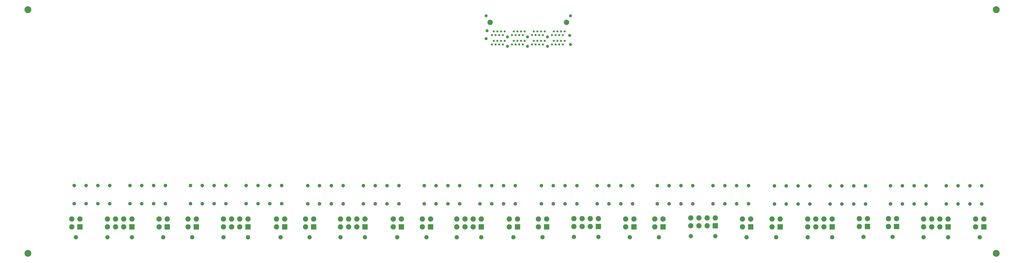
<source format=gbr>
G04 #@! TF.GenerationSoftware,KiCad,Pcbnew,(5.99.0-9973-gfb99c55869)*
G04 #@! TF.CreationDate,2021-09-10T21:28:05-07:00*
G04 #@! TF.ProjectId,2E1,3245312e-6b69-4636-9164-5f7063625858,rev?*
G04 #@! TF.SameCoordinates,Original*
G04 #@! TF.FileFunction,Soldermask,Bot*
G04 #@! TF.FilePolarity,Negative*
%FSLAX46Y46*%
G04 Gerber Fmt 4.6, Leading zero omitted, Abs format (unit mm)*
G04 Created by KiCad (PCBNEW (5.99.0-9973-gfb99c55869)) date 2021-09-10 21:28:05*
%MOMM*%
%LPD*%
G01*
G04 APERTURE LIST*
G04 Aperture macros list*
%AMRoundRect*
0 Rectangle with rounded corners*
0 $1 Rounding radius*
0 $2 $3 $4 $5 $6 $7 $8 $9 X,Y pos of 4 corners*
0 Add a 4 corners polygon primitive as box body*
4,1,4,$2,$3,$4,$5,$6,$7,$8,$9,$2,$3,0*
0 Add four circle primitives for the rounded corners*
1,1,$1+$1,$2,$3*
1,1,$1+$1,$4,$5*
1,1,$1+$1,$6,$7*
1,1,$1+$1,$8,$9*
0 Add four rect primitives between the rounded corners*
20,1,$1+$1,$2,$3,$4,$5,0*
20,1,$1+$1,$4,$5,$6,$7,0*
20,1,$1+$1,$6,$7,$8,$9,0*
20,1,$1+$1,$8,$9,$2,$3,0*%
G04 Aperture macros list end*
%ADD10C,3.000000*%
%ADD11RoundRect,0.250002X1.599998X1.599998X-1.599998X1.599998X-1.599998X-1.599998X1.599998X-1.599998X0*%
%ADD12C,3.700000*%
%ADD13C,2.489200*%
%ADD14C,1.473200*%
%ADD15C,3.759200*%
%ADD16C,2.082800*%
%ADD17C,4.826000*%
G04 APERTURE END LIST*
D10*
G04 #@! TO.C,J5_1*
X359664000Y-314429000D03*
D11*
X362514000Y-307129000D03*
D12*
X356814000Y-307129000D03*
X362514000Y-301629000D03*
X356814000Y-301629000D03*
G04 #@! TD*
D10*
G04 #@! TO.C,J2_3*
X175824000Y-314429000D03*
D11*
X178674000Y-307129000D03*
D12*
X172974000Y-307129000D03*
X178674000Y-301629000D03*
X172974000Y-301629000D03*
G04 #@! TD*
D10*
G04 #@! TO.C,J9_1*
X685094000Y-314175000D03*
D11*
X687944000Y-306875000D03*
D12*
X682244000Y-306875000D03*
X687944000Y-301375000D03*
X682244000Y-301375000D03*
G04 #@! TD*
D13*
G04 #@! TO.C,J6_0_1*
X464700874Y-290949888D03*
X464700874Y-278249888D03*
X456445874Y-290949888D03*
X456445874Y-278249888D03*
X448190874Y-290949888D03*
X448190874Y-278249888D03*
X439935874Y-290949888D03*
X439935874Y-278249888D03*
G04 #@! TD*
G04 #@! TO.C,J8_0_1*
X627370856Y-291089842D03*
X627370856Y-278389842D03*
X619115856Y-291089842D03*
X619115856Y-278389842D03*
X610860856Y-291089842D03*
X610860856Y-278389842D03*
X602605856Y-291089842D03*
X602605856Y-278389842D03*
G04 #@! TD*
D10*
G04 #@! TO.C,J3_3*
X257810000Y-314386000D03*
D11*
X260660000Y-307086000D03*
D12*
X254960000Y-307086000D03*
X260660000Y-301586000D03*
X254960000Y-301586000D03*
G04 #@! TD*
D13*
G04 #@! TO.C,J7_0_2*
X584499974Y-290910010D03*
X584499974Y-278210010D03*
X576244974Y-290910010D03*
X576244974Y-278210010D03*
X567989974Y-290910010D03*
X567989974Y-278210010D03*
X559734974Y-290910010D03*
X559734974Y-278210010D03*
G04 #@! TD*
D10*
G04 #@! TO.C,J3_1*
X196088000Y-314386000D03*
D11*
X198938000Y-307086000D03*
D12*
X193238000Y-307086000D03*
X198938000Y-301586000D03*
X193238000Y-301586000D03*
G04 #@! TD*
D10*
G04 #@! TO.C,J4_3*
X339288000Y-314386000D03*
D11*
X342138000Y-307086000D03*
D12*
X336438000Y-307086000D03*
X342138000Y-301586000D03*
X336438000Y-301586000D03*
G04 #@! TD*
D10*
G04 #@! TO.C,J9_3*
X745998000Y-314386000D03*
D11*
X748848000Y-307086000D03*
D12*
X743148000Y-307086000D03*
X748848000Y-301586000D03*
X743148000Y-301586000D03*
G04 #@! TD*
D13*
G04 #@! TO.C,J8_0_2*
X666260796Y-291089842D03*
X666260796Y-278389842D03*
X658005796Y-291089842D03*
X658005796Y-278389842D03*
X649750796Y-291089842D03*
X649750796Y-278389842D03*
X641495796Y-291089842D03*
X641495796Y-278389842D03*
G04 #@! TD*
G04 #@! TO.C,J9_0_2*
X747370870Y-291059870D03*
X747370870Y-278359870D03*
X739115870Y-291059870D03*
X739115870Y-278359870D03*
X730860870Y-291059870D03*
X730860870Y-278359870D03*
X722605870Y-291059870D03*
X722605870Y-278359870D03*
G04 #@! TD*
D10*
G04 #@! TO.C,J2_1*
X114864000Y-314429000D03*
D11*
X117714000Y-307129000D03*
D12*
X112014000Y-307129000D03*
X117714000Y-301629000D03*
X112014000Y-301629000D03*
G04 #@! TD*
D14*
G04 #@! TO.C,J1*
X456184000Y-170180000D03*
X454914000Y-172720000D03*
X453644000Y-170180000D03*
X452374000Y-172720000D03*
X451104000Y-170180000D03*
X449834000Y-172720000D03*
X448564000Y-170180000D03*
X447294000Y-172720000D03*
X447294000Y-179324000D03*
X448564000Y-176784000D03*
X449834000Y-179324000D03*
X451104000Y-176784000D03*
X452374000Y-179324000D03*
X453644000Y-176784000D03*
X454914000Y-179324000D03*
X456184000Y-176784000D03*
X442214000Y-170180000D03*
X440944000Y-172720000D03*
X439674000Y-170180000D03*
X438404000Y-172720000D03*
X437134000Y-170180000D03*
X435864000Y-172720000D03*
X434594000Y-170180000D03*
X433324000Y-172720000D03*
X433324000Y-179324000D03*
X434594000Y-176784000D03*
X435864000Y-179324000D03*
X437134000Y-176784000D03*
X438404000Y-179324000D03*
X439674000Y-176784000D03*
X440944000Y-179324000D03*
X442214000Y-176784000D03*
X428244000Y-170180000D03*
X426974000Y-172720000D03*
X425704000Y-170180000D03*
X424434000Y-172720000D03*
X423164000Y-170180000D03*
X421894000Y-172720000D03*
X420624000Y-170180000D03*
X419354000Y-172720000D03*
X419354000Y-179324000D03*
X420624000Y-176784000D03*
X421894000Y-179324000D03*
X423164000Y-176784000D03*
X424434000Y-179324000D03*
X425704000Y-176784000D03*
X426974000Y-179324000D03*
X428244000Y-176784000D03*
X414274000Y-170180000D03*
X413004000Y-172720000D03*
X411734000Y-170180000D03*
X410464000Y-172720000D03*
X409194000Y-170180000D03*
X407924000Y-172720000D03*
X406654000Y-170180000D03*
X405384000Y-172720000D03*
X405384000Y-179324000D03*
X406654000Y-176784000D03*
X407924000Y-179324000D03*
X409194000Y-176784000D03*
X410464000Y-179324000D03*
X411734000Y-176784000D03*
X413004000Y-179324000D03*
X414274000Y-176784000D03*
D15*
X457454000Y-163830000D03*
X404114000Y-163830000D03*
D16*
X460248000Y-179324000D03*
X444119000Y-180594000D03*
X430149000Y-180594000D03*
X416179000Y-180594000D03*
X401320000Y-175260000D03*
X459613000Y-172974000D03*
X444119000Y-173990000D03*
X430149000Y-173990000D03*
X416179000Y-173990000D03*
X401955000Y-169672000D03*
X460248000Y-159258000D03*
X401320000Y-159258000D03*
G04 #@! TD*
D10*
G04 #@! TO.C,J7_2*
X544240000Y-313624000D03*
X561340000Y-313624000D03*
D11*
X561340000Y-306324000D03*
D12*
X555640000Y-306324000D03*
X549940000Y-306324000D03*
X544240000Y-306324000D03*
X561340000Y-300824000D03*
X555640000Y-300824000D03*
X549940000Y-300824000D03*
X544240000Y-300824000D03*
G04 #@! TD*
D10*
G04 #@! TO.C,J5_3*
X420370000Y-314429000D03*
D11*
X423220000Y-307129000D03*
D12*
X417520000Y-307129000D03*
X423220000Y-301629000D03*
X417520000Y-301629000D03*
G04 #@! TD*
D13*
G04 #@! TO.C,J5_0_1*
X382860042Y-290930076D03*
X382860042Y-278230076D03*
X374605042Y-290930076D03*
X374605042Y-278230076D03*
X366350042Y-290930076D03*
X366350042Y-278230076D03*
X358095042Y-290930076D03*
X358095042Y-278230076D03*
G04 #@! TD*
D10*
G04 #@! TO.C,J6_1*
X440690000Y-314429000D03*
D11*
X443540000Y-307129000D03*
D12*
X437840000Y-307129000D03*
X443540000Y-301629000D03*
X437840000Y-301629000D03*
G04 #@! TD*
D17*
G04 #@! TO.C,*
X81320000Y-325634000D03*
G04 #@! TD*
D13*
G04 #@! TO.C,J4_0_2*
X340400640Y-290969700D03*
X340400640Y-278269700D03*
X332145640Y-290969700D03*
X332145640Y-278269700D03*
X323890640Y-290969700D03*
X323890640Y-278269700D03*
X315635640Y-290969700D03*
X315635640Y-278269700D03*
G04 #@! TD*
G04 #@! TO.C,J4_0_1*
X301510700Y-290969700D03*
X301510700Y-278269700D03*
X293255700Y-290969700D03*
X293255700Y-278269700D03*
X285000700Y-290969700D03*
X285000700Y-278269700D03*
X276745700Y-290969700D03*
X276745700Y-278269700D03*
G04 #@! TD*
D10*
G04 #@! TO.C,J8_1*
X603814000Y-314429000D03*
D11*
X606664000Y-307129000D03*
D12*
X600964000Y-307129000D03*
X606664000Y-301629000D03*
X600964000Y-301629000D03*
G04 #@! TD*
D13*
G04 #@! TO.C,J3_0_1*
X219650742Y-290869878D03*
X219650742Y-278169878D03*
X211395742Y-290869878D03*
X211395742Y-278169878D03*
X203140742Y-290869878D03*
X203140742Y-278169878D03*
X194885742Y-290869878D03*
X194885742Y-278169878D03*
G04 #@! TD*
D10*
G04 #@! TO.C,J3_2*
X235006000Y-314386000D03*
X217906000Y-314386000D03*
D11*
X235006000Y-307086000D03*
D12*
X229306000Y-307086000D03*
X223606000Y-307086000D03*
X217906000Y-307086000D03*
X235006000Y-301586000D03*
X229306000Y-301586000D03*
X223606000Y-301586000D03*
X217906000Y-301586000D03*
G04 #@! TD*
D10*
G04 #@! TO.C,J4_2*
X299638000Y-314386000D03*
X316738000Y-314386000D03*
D11*
X316738000Y-307086000D03*
D12*
X311038000Y-307086000D03*
X305338000Y-307086000D03*
X299638000Y-307086000D03*
X316738000Y-301586000D03*
X311038000Y-301586000D03*
X305338000Y-301586000D03*
X299638000Y-301586000D03*
G04 #@! TD*
D13*
G04 #@! TO.C,J6_0_2*
X503590814Y-290949888D03*
X503590814Y-278249888D03*
X495335814Y-290949888D03*
X495335814Y-278249888D03*
X487080814Y-290949888D03*
X487080814Y-278249888D03*
X478825814Y-290949888D03*
X478825814Y-278249888D03*
G04 #@! TD*
D17*
G04 #@! TO.C,*
X81320000Y-154946000D03*
G04 #@! TD*
D10*
G04 #@! TO.C,J6_3*
X501650000Y-314429000D03*
D11*
X504500000Y-307129000D03*
D12*
X498800000Y-307129000D03*
X504500000Y-301629000D03*
X498800000Y-301629000D03*
G04 #@! TD*
D13*
G04 #@! TO.C,J9_0_1*
X708480676Y-291059870D03*
X708480676Y-278359870D03*
X700225676Y-291059870D03*
X700225676Y-278359870D03*
X691970676Y-291059870D03*
X691970676Y-278359870D03*
X683715676Y-291059870D03*
X683715676Y-278359870D03*
G04 #@! TD*
D10*
G04 #@! TO.C,J7_3*
X583184000Y-314429000D03*
D11*
X586034000Y-307129000D03*
D12*
X580334000Y-307129000D03*
X586034000Y-301629000D03*
X580334000Y-301629000D03*
G04 #@! TD*
D13*
G04 #@! TO.C,J7_0_1*
X545610034Y-290910010D03*
X545610034Y-278210010D03*
X537355034Y-290910010D03*
X537355034Y-278210010D03*
X529100034Y-290910010D03*
X529100034Y-278210010D03*
X520845034Y-290910010D03*
X520845034Y-278210010D03*
G04 #@! TD*
G04 #@! TO.C,J2_0_1*
X138489995Y-290880038D03*
X138489995Y-278180038D03*
X130234995Y-290880038D03*
X130234995Y-278180038D03*
X121979995Y-290880038D03*
X121979995Y-278180038D03*
X113724995Y-290880038D03*
X113724995Y-278180038D03*
G04 #@! TD*
D10*
G04 #@! TO.C,J8_3*
X664774000Y-314175000D03*
D11*
X667624000Y-306875000D03*
D12*
X661924000Y-306875000D03*
X667624000Y-301375000D03*
X661924000Y-301375000D03*
G04 #@! TD*
D13*
G04 #@! TO.C,J2_0_2*
X177380000Y-290880000D03*
X177380000Y-278180000D03*
X169125000Y-290880000D03*
X169125000Y-278180000D03*
X160870000Y-290880000D03*
X160870000Y-278180000D03*
X152615000Y-290880000D03*
X152615000Y-278180000D03*
G04 #@! TD*
G04 #@! TO.C,J5_0_2*
X421749982Y-290930076D03*
X421749982Y-278230076D03*
X413494982Y-290930076D03*
X413494982Y-278230076D03*
X405239982Y-290930076D03*
X405239982Y-278230076D03*
X396984982Y-290930076D03*
X396984982Y-278230076D03*
G04 #@! TD*
D17*
G04 #@! TO.C,*
X757468000Y-154946000D03*
G04 #@! TD*
D10*
G04 #@! TO.C,J6_2*
X479725000Y-314175000D03*
X462625000Y-314175000D03*
D11*
X479725000Y-306875000D03*
D12*
X474025000Y-306875000D03*
X468325000Y-306875000D03*
X462625000Y-306875000D03*
X479725000Y-301375000D03*
X474025000Y-301375000D03*
X468325000Y-301375000D03*
X462625000Y-301375000D03*
G04 #@! TD*
D10*
G04 #@! TO.C,J8_2*
X642930000Y-314386000D03*
X625830000Y-314386000D03*
D11*
X642930000Y-307086000D03*
D12*
X637230000Y-307086000D03*
X631530000Y-307086000D03*
X625830000Y-307086000D03*
X642930000Y-301586000D03*
X637230000Y-301586000D03*
X631530000Y-301586000D03*
X625830000Y-301586000D03*
G04 #@! TD*
D10*
G04 #@! TO.C,J2_2*
X153980000Y-314386000D03*
X136880000Y-314386000D03*
D11*
X153980000Y-307086000D03*
D12*
X148280000Y-307086000D03*
X142580000Y-307086000D03*
X136880000Y-307086000D03*
X153980000Y-301586000D03*
X148280000Y-301586000D03*
X142580000Y-301586000D03*
X136880000Y-301586000D03*
G04 #@! TD*
D10*
G04 #@! TO.C,J7_1*
X521970000Y-314429000D03*
D11*
X524820000Y-307129000D03*
D12*
X519120000Y-307129000D03*
X524820000Y-301629000D03*
X519120000Y-301629000D03*
G04 #@! TD*
D10*
G04 #@! TO.C,J9_2*
X723875000Y-314429000D03*
X706775000Y-314429000D03*
D11*
X723875000Y-307129000D03*
D12*
X718175000Y-307129000D03*
X712475000Y-307129000D03*
X706775000Y-307129000D03*
X723875000Y-301629000D03*
X718175000Y-301629000D03*
X712475000Y-301629000D03*
X706775000Y-301629000D03*
G04 #@! TD*
D10*
G04 #@! TO.C,J5_2*
X380837000Y-314429000D03*
X397937000Y-314429000D03*
D11*
X397937000Y-307129000D03*
D12*
X392237000Y-307129000D03*
X386537000Y-307129000D03*
X380837000Y-307129000D03*
X397937000Y-301629000D03*
X392237000Y-301629000D03*
X386537000Y-301629000D03*
X380837000Y-301629000D03*
G04 #@! TD*
D10*
G04 #@! TO.C,J4_1*
X278074000Y-314386000D03*
D11*
X280924000Y-307086000D03*
D12*
X275224000Y-307086000D03*
X280924000Y-301586000D03*
X275224000Y-301586000D03*
G04 #@! TD*
D17*
G04 #@! TO.C,*
X757468000Y-325634000D03*
G04 #@! TD*
D13*
G04 #@! TO.C,J3_0_2*
X258540758Y-290869878D03*
X258540758Y-278169878D03*
X250285758Y-290869878D03*
X250285758Y-278169878D03*
X242030758Y-290869878D03*
X242030758Y-278169878D03*
X233775758Y-290869878D03*
X233775758Y-278169878D03*
G04 #@! TD*
M02*

</source>
